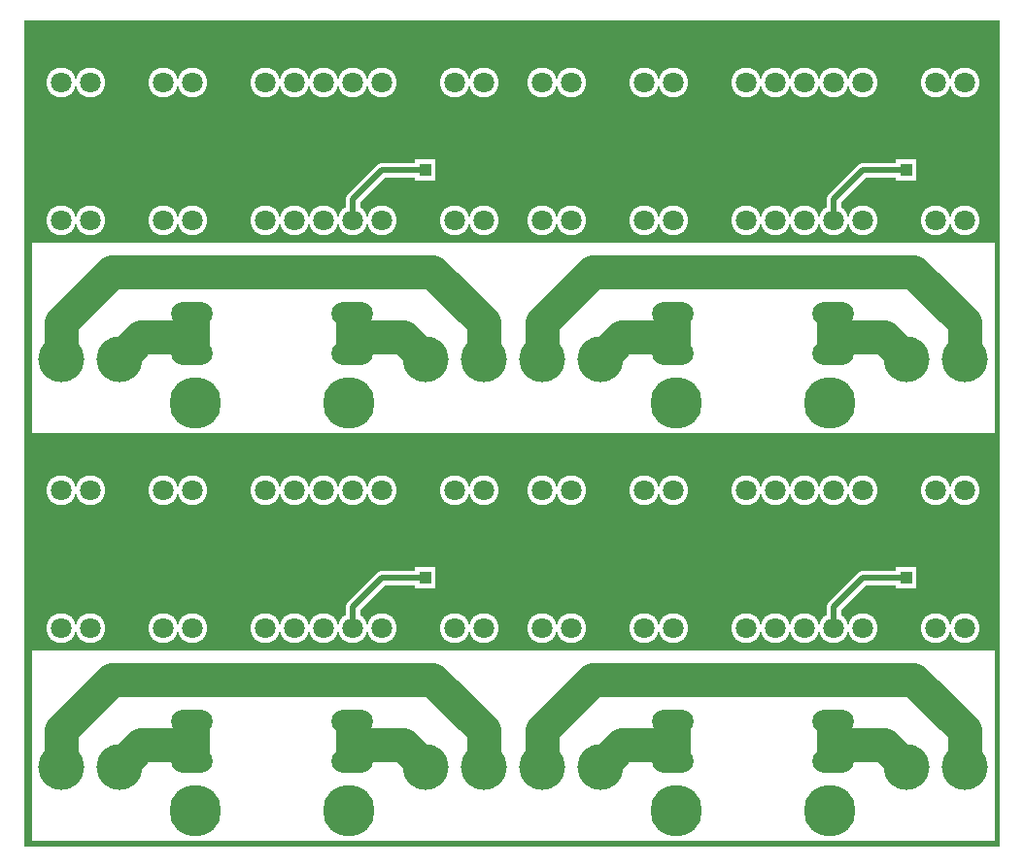
<source format=gbr>
%FSLAX34Y34*%
%MOMM*%
%LNSILK_TOP*%
G71*
G01*
%ADD10C, 2.60*%
%ADD11C, 5.30*%
%ADD12C, 2.80*%
%ADD13C, 4.80*%
%ADD14C, 3.80*%
%ADD15C, 0.10*%
%ADD16C, 1.30*%
%ADD17C, 1.80*%
%ADD18C, 4.50*%
%ADD19C, 2.00*%
%ADD20C, 4.00*%
%ADD21C, 3.00*%
%ADD22C, 0.50*%
%LPD*%
G36*
X0Y1000000D02*
X850000Y1000000D01*
X850000Y280000D01*
X0Y280000D01*
X0Y1000000D01*
G37*
%LPC*%
X209550Y946150D02*
G54D10*
D03*
X234950Y946150D02*
G54D10*
D03*
X260350Y946150D02*
G54D10*
D03*
X285750Y946150D02*
G54D10*
D03*
X311150Y946150D02*
G54D10*
D03*
X31750Y946150D02*
G54D10*
D03*
X57150Y946150D02*
G54D10*
D03*
X120650Y946150D02*
G54D10*
D03*
X146050Y946150D02*
G54D10*
D03*
X374650Y946150D02*
G54D10*
D03*
X400050Y946150D02*
G54D10*
D03*
X209550Y825500D02*
G54D10*
D03*
X234950Y825500D02*
G54D10*
D03*
X260350Y825500D02*
G54D10*
D03*
X285750Y825500D02*
G54D10*
D03*
X311150Y825500D02*
G54D10*
D03*
X31750Y825500D02*
G54D10*
D03*
X57150Y825500D02*
G54D10*
D03*
X120650Y825500D02*
G54D10*
D03*
X146050Y825500D02*
G54D10*
D03*
X374650Y825500D02*
G54D10*
D03*
X400050Y825500D02*
G54D10*
D03*
X149225Y666750D02*
G54D11*
D03*
X282575Y666750D02*
G54D11*
D03*
X138112Y744538D02*
G54D12*
D03*
X139700Y744538D02*
G54D12*
D03*
X141288Y744538D02*
G54D12*
D03*
X142875Y744538D02*
G54D12*
D03*
X144462Y744538D02*
G54D12*
D03*
X146050Y744538D02*
G54D12*
D03*
X147638Y744538D02*
G54D12*
D03*
X149225Y744538D02*
G54D12*
D03*
X150812Y744538D02*
G54D12*
D03*
X152400Y744538D02*
G54D12*
D03*
X153988Y744538D02*
G54D12*
D03*
X138112Y709612D02*
G54D12*
D03*
X139700Y709612D02*
G54D12*
D03*
X141288Y709612D02*
G54D12*
D03*
X142875Y709612D02*
G54D12*
D03*
X144462Y709612D02*
G54D12*
D03*
X146050Y709612D02*
G54D12*
D03*
X147638Y709612D02*
G54D12*
D03*
X149225Y709612D02*
G54D12*
D03*
X150812Y709612D02*
G54D12*
D03*
X152400Y709612D02*
G54D12*
D03*
X153988Y709612D02*
G54D12*
D03*
X277812Y744538D02*
G54D12*
D03*
X279400Y744538D02*
G54D12*
D03*
X280988Y744538D02*
G54D12*
D03*
X282575Y744538D02*
G54D12*
D03*
X284162Y744538D02*
G54D12*
D03*
X285750Y744538D02*
G54D12*
D03*
X287338Y744538D02*
G54D12*
D03*
X288925Y744538D02*
G54D12*
D03*
X290512Y744538D02*
G54D12*
D03*
X292100Y744538D02*
G54D12*
D03*
X293688Y744538D02*
G54D12*
D03*
X279400Y709612D02*
G54D12*
D03*
X277812Y709612D02*
G54D12*
D03*
X280988Y709612D02*
G54D12*
D03*
X282575Y709612D02*
G54D12*
D03*
X284162Y709612D02*
G54D12*
D03*
X285750Y709612D02*
G54D12*
D03*
X287338Y709612D02*
G54D12*
D03*
X288925Y709612D02*
G54D12*
D03*
X290512Y709612D02*
G54D12*
D03*
X292100Y709612D02*
G54D12*
D03*
X293688Y709612D02*
G54D12*
D03*
X349250Y704850D02*
G54D13*
D03*
X400050Y704850D02*
G54D13*
D03*
X31750Y704850D02*
G54D13*
D03*
X82550Y704850D02*
G54D13*
D03*
G54D14*
X31750Y704850D02*
X31750Y736600D01*
X76200Y781050D01*
X355600Y781050D01*
X400050Y736600D01*
X400050Y704850D01*
G54D14*
X82550Y704850D02*
X101600Y723900D01*
X139700Y723900D01*
G54D14*
X349250Y704850D02*
X330200Y723900D01*
X292100Y723900D01*
G54D14*
X146050Y736600D02*
X146050Y717550D01*
G54D14*
X285750Y736600D02*
X285750Y717550D01*
G36*
X6350Y641350D02*
X425450Y641350D01*
X425450Y806450D01*
X6350Y806450D01*
X6350Y641350D01*
G37*
G54D15*
X6350Y641350D02*
X425450Y641350D01*
X425450Y806450D01*
X6350Y806450D01*
X6350Y641350D01*
G36*
X340250Y878950D02*
X358250Y878950D01*
X358250Y860950D01*
X340250Y860950D01*
X340250Y878950D01*
G37*
G54D16*
X285750Y825500D02*
X285750Y844550D01*
X311150Y869950D01*
X349250Y869950D01*
X628650Y946150D02*
G54D10*
D03*
X654050Y946150D02*
G54D10*
D03*
X679450Y946150D02*
G54D10*
D03*
X704850Y946150D02*
G54D10*
D03*
X730250Y946150D02*
G54D10*
D03*
X450850Y946150D02*
G54D10*
D03*
X476250Y946150D02*
G54D10*
D03*
X539750Y946150D02*
G54D10*
D03*
X565150Y946150D02*
G54D10*
D03*
X793750Y946150D02*
G54D10*
D03*
X819150Y946150D02*
G54D10*
D03*
X628650Y825500D02*
G54D10*
D03*
X654050Y825500D02*
G54D10*
D03*
X679450Y825500D02*
G54D10*
D03*
X704850Y825500D02*
G54D10*
D03*
X730250Y825500D02*
G54D10*
D03*
X450850Y825500D02*
G54D10*
D03*
X476250Y825500D02*
G54D10*
D03*
X539750Y825500D02*
G54D10*
D03*
X565150Y825500D02*
G54D10*
D03*
X793750Y825500D02*
G54D10*
D03*
X819150Y825500D02*
G54D10*
D03*
X568325Y666750D02*
G54D11*
D03*
X701675Y666750D02*
G54D11*
D03*
X557212Y744538D02*
G54D12*
D03*
X558800Y744538D02*
G54D12*
D03*
X560388Y744538D02*
G54D12*
D03*
X561975Y744538D02*
G54D12*
D03*
X563562Y744538D02*
G54D12*
D03*
X565150Y744538D02*
G54D12*
D03*
X566738Y744538D02*
G54D12*
D03*
X568325Y744538D02*
G54D12*
D03*
X569912Y744538D02*
G54D12*
D03*
X571500Y744538D02*
G54D12*
D03*
X573088Y744538D02*
G54D12*
D03*
X557212Y709612D02*
G54D12*
D03*
X558800Y709612D02*
G54D12*
D03*
X560388Y709612D02*
G54D12*
D03*
X561975Y709612D02*
G54D12*
D03*
X563562Y709612D02*
G54D12*
D03*
X565150Y709612D02*
G54D12*
D03*
X566738Y709612D02*
G54D12*
D03*
X568325Y709612D02*
G54D12*
D03*
X569912Y709612D02*
G54D12*
D03*
X571500Y709612D02*
G54D12*
D03*
X573088Y709612D02*
G54D12*
D03*
X696912Y744538D02*
G54D12*
D03*
X698500Y744538D02*
G54D12*
D03*
X700088Y744538D02*
G54D12*
D03*
X701675Y744538D02*
G54D12*
D03*
X703262Y744538D02*
G54D12*
D03*
X704850Y744538D02*
G54D12*
D03*
X706438Y744538D02*
G54D12*
D03*
X708025Y744538D02*
G54D12*
D03*
X709612Y744538D02*
G54D12*
D03*
X711200Y744538D02*
G54D12*
D03*
X712788Y744538D02*
G54D12*
D03*
X698500Y709612D02*
G54D12*
D03*
X696912Y709612D02*
G54D12*
D03*
X700088Y709612D02*
G54D12*
D03*
X701675Y709612D02*
G54D12*
D03*
X703262Y709612D02*
G54D12*
D03*
X704850Y709612D02*
G54D12*
D03*
X706438Y709612D02*
G54D12*
D03*
X708025Y709612D02*
G54D12*
D03*
X709612Y709612D02*
G54D12*
D03*
X711200Y709612D02*
G54D12*
D03*
X712788Y709612D02*
G54D12*
D03*
X768350Y704850D02*
G54D13*
D03*
X819150Y704850D02*
G54D13*
D03*
X450850Y704850D02*
G54D13*
D03*
X501650Y704850D02*
G54D13*
D03*
G54D14*
X450850Y704850D02*
X450850Y736600D01*
X495300Y781050D01*
X774700Y781050D01*
X819150Y736600D01*
X819150Y704850D01*
G54D14*
X501650Y704850D02*
X520700Y723900D01*
X558800Y723900D01*
G54D14*
X768350Y704850D02*
X749300Y723900D01*
X711200Y723900D01*
G54D14*
X565150Y736600D02*
X565150Y717550D01*
G54D14*
X704850Y736600D02*
X704850Y717550D01*
G36*
X425450Y641350D02*
X844550Y641350D01*
X844550Y806450D01*
X425450Y806450D01*
X425450Y641350D01*
G37*
G54D15*
X425450Y641350D02*
X844550Y641350D01*
X844550Y806450D01*
X425450Y806450D01*
X425450Y641350D01*
G36*
X759350Y878950D02*
X777350Y878950D01*
X777350Y860950D01*
X759350Y860950D01*
X759350Y878950D01*
G37*
G54D16*
X704850Y825500D02*
X704850Y844550D01*
X730250Y869950D01*
X768350Y869950D01*
X209550Y590550D02*
G54D10*
D03*
X234950Y590550D02*
G54D10*
D03*
X260350Y590550D02*
G54D10*
D03*
X285750Y590550D02*
G54D10*
D03*
X311150Y590550D02*
G54D10*
D03*
X31750Y590550D02*
G54D10*
D03*
X57150Y590550D02*
G54D10*
D03*
X120650Y590550D02*
G54D10*
D03*
X146050Y590550D02*
G54D10*
D03*
X374650Y590550D02*
G54D10*
D03*
X400050Y590550D02*
G54D10*
D03*
X209550Y469900D02*
G54D10*
D03*
X234950Y469900D02*
G54D10*
D03*
X260350Y469900D02*
G54D10*
D03*
X285750Y469900D02*
G54D10*
D03*
X311150Y469900D02*
G54D10*
D03*
X31750Y469900D02*
G54D10*
D03*
X57150Y469900D02*
G54D10*
D03*
X120650Y469900D02*
G54D10*
D03*
X146050Y469900D02*
G54D10*
D03*
X374650Y469900D02*
G54D10*
D03*
X400050Y469900D02*
G54D10*
D03*
X149225Y311150D02*
G54D11*
D03*
X282575Y311150D02*
G54D11*
D03*
X138112Y388938D02*
G54D12*
D03*
X139700Y388938D02*
G54D12*
D03*
X141288Y388938D02*
G54D12*
D03*
X142875Y388938D02*
G54D12*
D03*
X144462Y388938D02*
G54D12*
D03*
X146050Y388938D02*
G54D12*
D03*
X147638Y388938D02*
G54D12*
D03*
X149225Y388938D02*
G54D12*
D03*
X150812Y388938D02*
G54D12*
D03*
X152400Y388938D02*
G54D12*
D03*
X153988Y388938D02*
G54D12*
D03*
X138112Y354012D02*
G54D12*
D03*
X139700Y354012D02*
G54D12*
D03*
X141288Y354012D02*
G54D12*
D03*
X142875Y354012D02*
G54D12*
D03*
X144462Y354012D02*
G54D12*
D03*
X146050Y354012D02*
G54D12*
D03*
X147638Y354012D02*
G54D12*
D03*
X149225Y354012D02*
G54D12*
D03*
X150812Y354012D02*
G54D12*
D03*
X152400Y354012D02*
G54D12*
D03*
X153988Y354012D02*
G54D12*
D03*
X277812Y388938D02*
G54D12*
D03*
X279400Y388938D02*
G54D12*
D03*
X280988Y388938D02*
G54D12*
D03*
X282575Y388938D02*
G54D12*
D03*
X284162Y388938D02*
G54D12*
D03*
X285750Y388938D02*
G54D12*
D03*
X287338Y388938D02*
G54D12*
D03*
X288925Y388938D02*
G54D12*
D03*
X290512Y388938D02*
G54D12*
D03*
X292100Y388938D02*
G54D12*
D03*
X293688Y388938D02*
G54D12*
D03*
X279400Y354012D02*
G54D12*
D03*
X277812Y354012D02*
G54D12*
D03*
X280988Y354012D02*
G54D12*
D03*
X282575Y354012D02*
G54D12*
D03*
X284162Y354012D02*
G54D12*
D03*
X285750Y354012D02*
G54D12*
D03*
X287338Y354012D02*
G54D12*
D03*
X288925Y354012D02*
G54D12*
D03*
X290512Y354012D02*
G54D12*
D03*
X292100Y354012D02*
G54D12*
D03*
X293688Y354012D02*
G54D12*
D03*
X349250Y349250D02*
G54D13*
D03*
X400050Y349250D02*
G54D13*
D03*
X31750Y349250D02*
G54D13*
D03*
X82550Y349250D02*
G54D13*
D03*
G54D14*
X31750Y349250D02*
X31750Y381000D01*
X76200Y425450D01*
X355600Y425450D01*
X400050Y381000D01*
X400050Y349250D01*
G54D14*
X82550Y349250D02*
X101600Y368300D01*
X139700Y368300D01*
G54D14*
X349250Y349250D02*
X330200Y368300D01*
X292100Y368300D01*
G54D14*
X146050Y381000D02*
X146050Y361950D01*
G54D14*
X285750Y381000D02*
X285750Y361950D01*
G36*
X6350Y285750D02*
X425450Y285750D01*
X425450Y450850D01*
X6350Y450850D01*
X6350Y285750D01*
G37*
G54D15*
X6350Y285750D02*
X425450Y285750D01*
X425450Y450850D01*
X6350Y450850D01*
X6350Y285750D01*
G36*
X340250Y523350D02*
X358250Y523350D01*
X358250Y505350D01*
X340250Y505350D01*
X340250Y523350D01*
G37*
G54D16*
X285750Y469900D02*
X285750Y488950D01*
X311150Y514350D01*
X349250Y514350D01*
X628650Y590550D02*
G54D10*
D03*
X654050Y590550D02*
G54D10*
D03*
X679450Y590550D02*
G54D10*
D03*
X704850Y590550D02*
G54D10*
D03*
X730250Y590550D02*
G54D10*
D03*
X450850Y590550D02*
G54D10*
D03*
X476250Y590550D02*
G54D10*
D03*
X539750Y590550D02*
G54D10*
D03*
X565150Y590550D02*
G54D10*
D03*
X793750Y590550D02*
G54D10*
D03*
X819150Y590550D02*
G54D10*
D03*
X628650Y469900D02*
G54D10*
D03*
X654050Y469900D02*
G54D10*
D03*
X679450Y469900D02*
G54D10*
D03*
X704850Y469900D02*
G54D10*
D03*
X730250Y469900D02*
G54D10*
D03*
X450850Y469900D02*
G54D10*
D03*
X476250Y469900D02*
G54D10*
D03*
X539750Y469900D02*
G54D10*
D03*
X565150Y469900D02*
G54D10*
D03*
X793750Y469900D02*
G54D10*
D03*
X819150Y469900D02*
G54D10*
D03*
X568325Y311150D02*
G54D11*
D03*
X701675Y311150D02*
G54D11*
D03*
X557212Y388938D02*
G54D12*
D03*
X558800Y388938D02*
G54D12*
D03*
X560388Y388938D02*
G54D12*
D03*
X561975Y388938D02*
G54D12*
D03*
X563562Y388938D02*
G54D12*
D03*
X565150Y388938D02*
G54D12*
D03*
X566738Y388938D02*
G54D12*
D03*
X568325Y388938D02*
G54D12*
D03*
X569912Y388938D02*
G54D12*
D03*
X571500Y388938D02*
G54D12*
D03*
X573088Y388938D02*
G54D12*
D03*
X557212Y354012D02*
G54D12*
D03*
X558800Y354012D02*
G54D12*
D03*
X560388Y354012D02*
G54D12*
D03*
X561975Y354012D02*
G54D12*
D03*
X563562Y354012D02*
G54D12*
D03*
X565150Y354012D02*
G54D12*
D03*
X566738Y354012D02*
G54D12*
D03*
X568325Y354012D02*
G54D12*
D03*
X569912Y354012D02*
G54D12*
D03*
X571500Y354012D02*
G54D12*
D03*
X573088Y354012D02*
G54D12*
D03*
X696912Y388938D02*
G54D12*
D03*
X698500Y388938D02*
G54D12*
D03*
X700088Y388938D02*
G54D12*
D03*
X701675Y388938D02*
G54D12*
D03*
X703262Y388938D02*
G54D12*
D03*
X704850Y388938D02*
G54D12*
D03*
X706438Y388938D02*
G54D12*
D03*
X708025Y388938D02*
G54D12*
D03*
X709612Y388938D02*
G54D12*
D03*
X711200Y388938D02*
G54D12*
D03*
X712788Y388938D02*
G54D12*
D03*
X698500Y354012D02*
G54D12*
D03*
X696912Y354012D02*
G54D12*
D03*
X700088Y354012D02*
G54D12*
D03*
X701675Y354012D02*
G54D12*
D03*
X703262Y354012D02*
G54D12*
D03*
X704850Y354012D02*
G54D12*
D03*
X706438Y354012D02*
G54D12*
D03*
X708025Y354012D02*
G54D12*
D03*
X709612Y354012D02*
G54D12*
D03*
X711200Y354012D02*
G54D12*
D03*
X712788Y354012D02*
G54D12*
D03*
X768350Y349250D02*
G54D13*
D03*
X819150Y349250D02*
G54D13*
D03*
X450850Y349250D02*
G54D13*
D03*
X501650Y349250D02*
G54D13*
D03*
G54D14*
X450850Y349250D02*
X450850Y381000D01*
X495300Y425450D01*
X774700Y425450D01*
X819150Y381000D01*
X819150Y349250D01*
G54D14*
X501650Y349250D02*
X520700Y368300D01*
X558800Y368300D01*
G54D14*
X768350Y349250D02*
X749300Y368300D01*
X711200Y368300D01*
G54D14*
X565150Y381000D02*
X565150Y361950D01*
G54D14*
X704850Y381000D02*
X704850Y361950D01*
G36*
X425450Y285750D02*
X844550Y285750D01*
X844550Y450850D01*
X425450Y450850D01*
X425450Y285750D01*
G37*
G54D15*
X425450Y285750D02*
X844550Y285750D01*
X844550Y450850D01*
X425450Y450850D01*
X425450Y285750D01*
G36*
X759350Y523350D02*
X777350Y523350D01*
X777350Y505350D01*
X759350Y505350D01*
X759350Y523350D01*
G37*
G54D16*
X704850Y469900D02*
X704850Y488950D01*
X730250Y514350D01*
X768350Y514350D01*
%LPD*%
X209550Y946150D02*
G54D17*
D03*
X234950Y946150D02*
G54D17*
D03*
X260350Y946150D02*
G54D17*
D03*
X285750Y946150D02*
G54D17*
D03*
X311150Y946150D02*
G54D17*
D03*
X31750Y946150D02*
G54D17*
D03*
X57150Y946150D02*
G54D17*
D03*
X120650Y946150D02*
G54D17*
D03*
X146050Y946150D02*
G54D17*
D03*
X374650Y946150D02*
G54D17*
D03*
X400050Y946150D02*
G54D17*
D03*
X209550Y825500D02*
G54D17*
D03*
X234950Y825500D02*
G54D17*
D03*
X260350Y825500D02*
G54D17*
D03*
X285750Y825500D02*
G54D17*
D03*
X311150Y825500D02*
G54D17*
D03*
X31750Y825500D02*
G54D17*
D03*
X57150Y825500D02*
G54D17*
D03*
X120650Y825500D02*
G54D17*
D03*
X146050Y825500D02*
G54D17*
D03*
X374650Y825500D02*
G54D17*
D03*
X400050Y825500D02*
G54D17*
D03*
X149225Y666750D02*
G54D18*
D03*
X282575Y666750D02*
G54D18*
D03*
X138112Y744538D02*
G54D19*
D03*
X139700Y744538D02*
G54D19*
D03*
X141288Y744538D02*
G54D19*
D03*
X142875Y744538D02*
G54D19*
D03*
X144462Y744538D02*
G54D19*
D03*
X146050Y744538D02*
G54D19*
D03*
X147638Y744538D02*
G54D19*
D03*
X149225Y744538D02*
G54D19*
D03*
X150812Y744538D02*
G54D19*
D03*
X152400Y744538D02*
G54D19*
D03*
X153988Y744538D02*
G54D19*
D03*
X138112Y709612D02*
G54D19*
D03*
X139700Y709612D02*
G54D19*
D03*
X141288Y709612D02*
G54D19*
D03*
X142875Y709612D02*
G54D19*
D03*
X144462Y709612D02*
G54D19*
D03*
X146050Y709612D02*
G54D19*
D03*
X147638Y709612D02*
G54D19*
D03*
X149225Y709612D02*
G54D19*
D03*
X150812Y709612D02*
G54D19*
D03*
X152400Y709612D02*
G54D19*
D03*
X153988Y709612D02*
G54D19*
D03*
X277812Y744538D02*
G54D19*
D03*
X279400Y744538D02*
G54D19*
D03*
X280988Y744538D02*
G54D19*
D03*
X282575Y744538D02*
G54D19*
D03*
X284162Y744538D02*
G54D19*
D03*
X285750Y744538D02*
G54D19*
D03*
X287338Y744538D02*
G54D19*
D03*
X288925Y744538D02*
G54D19*
D03*
X290512Y744538D02*
G54D19*
D03*
X292100Y744538D02*
G54D19*
D03*
X293688Y744538D02*
G54D19*
D03*
X279400Y709612D02*
G54D19*
D03*
X277812Y709612D02*
G54D19*
D03*
X280988Y709612D02*
G54D19*
D03*
X282575Y709612D02*
G54D19*
D03*
X284162Y709612D02*
G54D19*
D03*
X285750Y709612D02*
G54D19*
D03*
X287338Y709612D02*
G54D19*
D03*
X288925Y709612D02*
G54D19*
D03*
X290512Y709612D02*
G54D19*
D03*
X292100Y709612D02*
G54D19*
D03*
X293688Y709612D02*
G54D19*
D03*
X349250Y704850D02*
G54D20*
D03*
X400050Y704850D02*
G54D20*
D03*
X31750Y704850D02*
G54D20*
D03*
X82550Y704850D02*
G54D20*
D03*
G54D21*
X31750Y704850D02*
X31750Y736600D01*
X76200Y781050D01*
X355600Y781050D01*
X400050Y736600D01*
X400050Y704850D01*
G54D21*
X82550Y704850D02*
X101600Y723900D01*
X139700Y723900D01*
G54D21*
X349250Y704850D02*
X330200Y723900D01*
X292100Y723900D01*
G54D21*
X146050Y736600D02*
X146050Y717550D01*
G54D21*
X285750Y736600D02*
X285750Y717550D01*
G36*
X344250Y874950D02*
X354250Y874950D01*
X354250Y864950D01*
X344250Y864950D01*
X344250Y874950D01*
G37*
G54D22*
X285750Y825500D02*
X285750Y844550D01*
X311150Y869950D01*
X349250Y869950D01*
X628650Y946150D02*
G54D17*
D03*
X654050Y946150D02*
G54D17*
D03*
X679450Y946150D02*
G54D17*
D03*
X704850Y946150D02*
G54D17*
D03*
X730250Y946150D02*
G54D17*
D03*
X450850Y946150D02*
G54D17*
D03*
X476250Y946150D02*
G54D17*
D03*
X539750Y946150D02*
G54D17*
D03*
X565150Y946150D02*
G54D17*
D03*
X793750Y946150D02*
G54D17*
D03*
X819150Y946150D02*
G54D17*
D03*
X628650Y825500D02*
G54D17*
D03*
X654050Y825500D02*
G54D17*
D03*
X679450Y825500D02*
G54D17*
D03*
X704850Y825500D02*
G54D17*
D03*
X730250Y825500D02*
G54D17*
D03*
X450850Y825500D02*
G54D17*
D03*
X476250Y825500D02*
G54D17*
D03*
X539750Y825500D02*
G54D17*
D03*
X565150Y825500D02*
G54D17*
D03*
X793750Y825500D02*
G54D17*
D03*
X819150Y825500D02*
G54D17*
D03*
X568325Y666750D02*
G54D18*
D03*
X701675Y666750D02*
G54D18*
D03*
X557212Y744538D02*
G54D19*
D03*
X558800Y744538D02*
G54D19*
D03*
X560388Y744538D02*
G54D19*
D03*
X561975Y744538D02*
G54D19*
D03*
X563562Y744538D02*
G54D19*
D03*
X565150Y744538D02*
G54D19*
D03*
X566738Y744538D02*
G54D19*
D03*
X568325Y744538D02*
G54D19*
D03*
X569912Y744538D02*
G54D19*
D03*
X571500Y744538D02*
G54D19*
D03*
X573088Y744538D02*
G54D19*
D03*
X557212Y709612D02*
G54D19*
D03*
X558800Y709612D02*
G54D19*
D03*
X560388Y709612D02*
G54D19*
D03*
X561975Y709612D02*
G54D19*
D03*
X563562Y709612D02*
G54D19*
D03*
X565150Y709612D02*
G54D19*
D03*
X566738Y709612D02*
G54D19*
D03*
X568325Y709612D02*
G54D19*
D03*
X569912Y709612D02*
G54D19*
D03*
X571500Y709612D02*
G54D19*
D03*
X573088Y709612D02*
G54D19*
D03*
X696912Y744538D02*
G54D19*
D03*
X698500Y744538D02*
G54D19*
D03*
X700088Y744538D02*
G54D19*
D03*
X701675Y744538D02*
G54D19*
D03*
X703262Y744538D02*
G54D19*
D03*
X704850Y744538D02*
G54D19*
D03*
X706438Y744538D02*
G54D19*
D03*
X708025Y744538D02*
G54D19*
D03*
X709612Y744538D02*
G54D19*
D03*
X711200Y744538D02*
G54D19*
D03*
X712788Y744538D02*
G54D19*
D03*
X698500Y709612D02*
G54D19*
D03*
X696912Y709612D02*
G54D19*
D03*
X700088Y709612D02*
G54D19*
D03*
X701675Y709612D02*
G54D19*
D03*
X703262Y709612D02*
G54D19*
D03*
X704850Y709612D02*
G54D19*
D03*
X706438Y709612D02*
G54D19*
D03*
X708025Y709612D02*
G54D19*
D03*
X709612Y709612D02*
G54D19*
D03*
X711200Y709612D02*
G54D19*
D03*
X712788Y709612D02*
G54D19*
D03*
X768350Y704850D02*
G54D20*
D03*
X819150Y704850D02*
G54D20*
D03*
X450850Y704850D02*
G54D20*
D03*
X501650Y704850D02*
G54D20*
D03*
G54D21*
X450850Y704850D02*
X450850Y736600D01*
X495300Y781050D01*
X774700Y781050D01*
X819150Y736600D01*
X819150Y704850D01*
G54D21*
X501650Y704850D02*
X520700Y723900D01*
X558800Y723900D01*
G54D21*
X768350Y704850D02*
X749300Y723900D01*
X711200Y723900D01*
G54D21*
X565150Y736600D02*
X565150Y717550D01*
G54D21*
X704850Y736600D02*
X704850Y717550D01*
G36*
X763350Y874950D02*
X773350Y874950D01*
X773350Y864950D01*
X763350Y864950D01*
X763350Y874950D01*
G37*
G54D22*
X704850Y825500D02*
X704850Y844550D01*
X730250Y869950D01*
X768350Y869950D01*
X209550Y590550D02*
G54D17*
D03*
X234950Y590550D02*
G54D17*
D03*
X260350Y590550D02*
G54D17*
D03*
X285750Y590550D02*
G54D17*
D03*
X311150Y590550D02*
G54D17*
D03*
X31750Y590550D02*
G54D17*
D03*
X57150Y590550D02*
G54D17*
D03*
X120650Y590550D02*
G54D17*
D03*
X146050Y590550D02*
G54D17*
D03*
X374650Y590550D02*
G54D17*
D03*
X400050Y590550D02*
G54D17*
D03*
X209550Y469900D02*
G54D17*
D03*
X234950Y469900D02*
G54D17*
D03*
X260350Y469900D02*
G54D17*
D03*
X285750Y469900D02*
G54D17*
D03*
X311150Y469900D02*
G54D17*
D03*
X31750Y469900D02*
G54D17*
D03*
X57150Y469900D02*
G54D17*
D03*
X120650Y469900D02*
G54D17*
D03*
X146050Y469900D02*
G54D17*
D03*
X374650Y469900D02*
G54D17*
D03*
X400050Y469900D02*
G54D17*
D03*
X149225Y311150D02*
G54D18*
D03*
X282575Y311150D02*
G54D18*
D03*
X138112Y388938D02*
G54D19*
D03*
X139700Y388938D02*
G54D19*
D03*
X141288Y388938D02*
G54D19*
D03*
X142875Y388938D02*
G54D19*
D03*
X144462Y388938D02*
G54D19*
D03*
X146050Y388938D02*
G54D19*
D03*
X147638Y388938D02*
G54D19*
D03*
X149225Y388938D02*
G54D19*
D03*
X150812Y388938D02*
G54D19*
D03*
X152400Y388938D02*
G54D19*
D03*
X153988Y388938D02*
G54D19*
D03*
X138112Y354012D02*
G54D19*
D03*
X139700Y354012D02*
G54D19*
D03*
X141288Y354012D02*
G54D19*
D03*
X142875Y354012D02*
G54D19*
D03*
X144462Y354012D02*
G54D19*
D03*
X146050Y354012D02*
G54D19*
D03*
X147638Y354012D02*
G54D19*
D03*
X149225Y354012D02*
G54D19*
D03*
X150812Y354012D02*
G54D19*
D03*
X152400Y354012D02*
G54D19*
D03*
X153988Y354012D02*
G54D19*
D03*
X277812Y388938D02*
G54D19*
D03*
X279400Y388938D02*
G54D19*
D03*
X280988Y388938D02*
G54D19*
D03*
X282575Y388938D02*
G54D19*
D03*
X284162Y388938D02*
G54D19*
D03*
X285750Y388938D02*
G54D19*
D03*
X287338Y388938D02*
G54D19*
D03*
X288925Y388938D02*
G54D19*
D03*
X290512Y388938D02*
G54D19*
D03*
X292100Y388938D02*
G54D19*
D03*
X293688Y388938D02*
G54D19*
D03*
X279400Y354012D02*
G54D19*
D03*
X277812Y354012D02*
G54D19*
D03*
X280988Y354012D02*
G54D19*
D03*
X282575Y354012D02*
G54D19*
D03*
X284162Y354012D02*
G54D19*
D03*
X285750Y354012D02*
G54D19*
D03*
X287338Y354012D02*
G54D19*
D03*
X288925Y354012D02*
G54D19*
D03*
X290512Y354012D02*
G54D19*
D03*
X292100Y354012D02*
G54D19*
D03*
X293688Y354012D02*
G54D19*
D03*
X349250Y349250D02*
G54D20*
D03*
X400050Y349250D02*
G54D20*
D03*
X31750Y349250D02*
G54D20*
D03*
X82550Y349250D02*
G54D20*
D03*
G54D21*
X31750Y349250D02*
X31750Y381000D01*
X76200Y425450D01*
X355600Y425450D01*
X400050Y381000D01*
X400050Y349250D01*
G54D21*
X82550Y349250D02*
X101600Y368300D01*
X139700Y368300D01*
G54D21*
X349250Y349250D02*
X330200Y368300D01*
X292100Y368300D01*
G54D21*
X146050Y381000D02*
X146050Y361950D01*
G54D21*
X285750Y381000D02*
X285750Y361950D01*
G36*
X344250Y519350D02*
X354250Y519350D01*
X354250Y509350D01*
X344250Y509350D01*
X344250Y519350D01*
G37*
G54D22*
X285750Y469900D02*
X285750Y488950D01*
X311150Y514350D01*
X349250Y514350D01*
X628650Y590550D02*
G54D17*
D03*
X654050Y590550D02*
G54D17*
D03*
X679450Y590550D02*
G54D17*
D03*
X704850Y590550D02*
G54D17*
D03*
X730250Y590550D02*
G54D17*
D03*
X450850Y590550D02*
G54D17*
D03*
X476250Y590550D02*
G54D17*
D03*
X539750Y590550D02*
G54D17*
D03*
X565150Y590550D02*
G54D17*
D03*
X793750Y590550D02*
G54D17*
D03*
X819150Y590550D02*
G54D17*
D03*
X628650Y469900D02*
G54D17*
D03*
X654050Y469900D02*
G54D17*
D03*
X679450Y469900D02*
G54D17*
D03*
X704850Y469900D02*
G54D17*
D03*
X730250Y469900D02*
G54D17*
D03*
X450850Y469900D02*
G54D17*
D03*
X476250Y469900D02*
G54D17*
D03*
X539750Y469900D02*
G54D17*
D03*
X565150Y469900D02*
G54D17*
D03*
X793750Y469900D02*
G54D17*
D03*
X819150Y469900D02*
G54D17*
D03*
X568325Y311150D02*
G54D18*
D03*
X701675Y311150D02*
G54D18*
D03*
X557212Y388938D02*
G54D19*
D03*
X558800Y388938D02*
G54D19*
D03*
X560388Y388938D02*
G54D19*
D03*
X561975Y388938D02*
G54D19*
D03*
X563562Y388938D02*
G54D19*
D03*
X565150Y388938D02*
G54D19*
D03*
X566738Y388938D02*
G54D19*
D03*
X568325Y388938D02*
G54D19*
D03*
X569912Y388938D02*
G54D19*
D03*
X571500Y388938D02*
G54D19*
D03*
X573088Y388938D02*
G54D19*
D03*
X557212Y354012D02*
G54D19*
D03*
X558800Y354012D02*
G54D19*
D03*
X560388Y354012D02*
G54D19*
D03*
X561975Y354012D02*
G54D19*
D03*
X563562Y354012D02*
G54D19*
D03*
X565150Y354012D02*
G54D19*
D03*
X566738Y354012D02*
G54D19*
D03*
X568325Y354012D02*
G54D19*
D03*
X569912Y354012D02*
G54D19*
D03*
X571500Y354012D02*
G54D19*
D03*
X573088Y354012D02*
G54D19*
D03*
X696912Y388938D02*
G54D19*
D03*
X698500Y388938D02*
G54D19*
D03*
X700088Y388938D02*
G54D19*
D03*
X701675Y388938D02*
G54D19*
D03*
X703262Y388938D02*
G54D19*
D03*
X704850Y388938D02*
G54D19*
D03*
X706438Y388938D02*
G54D19*
D03*
X708025Y388938D02*
G54D19*
D03*
X709612Y388938D02*
G54D19*
D03*
X711200Y388938D02*
G54D19*
D03*
X712788Y388938D02*
G54D19*
D03*
X698500Y354012D02*
G54D19*
D03*
X696912Y354012D02*
G54D19*
D03*
X700088Y354012D02*
G54D19*
D03*
X701675Y354012D02*
G54D19*
D03*
X703262Y354012D02*
G54D19*
D03*
X704850Y354012D02*
G54D19*
D03*
X706438Y354012D02*
G54D19*
D03*
X708025Y354012D02*
G54D19*
D03*
X709612Y354012D02*
G54D19*
D03*
X711200Y354012D02*
G54D19*
D03*
X712788Y354012D02*
G54D19*
D03*
X768350Y349250D02*
G54D20*
D03*
X819150Y349250D02*
G54D20*
D03*
X450850Y349250D02*
G54D20*
D03*
X501650Y349250D02*
G54D20*
D03*
G54D21*
X450850Y349250D02*
X450850Y381000D01*
X495300Y425450D01*
X774700Y425450D01*
X819150Y381000D01*
X819150Y349250D01*
G54D21*
X501650Y349250D02*
X520700Y368300D01*
X558800Y368300D01*
G54D21*
X768350Y349250D02*
X749300Y368300D01*
X711200Y368300D01*
G54D21*
X565150Y381000D02*
X565150Y361950D01*
G54D21*
X704850Y381000D02*
X704850Y361950D01*
G36*
X763350Y519350D02*
X773350Y519350D01*
X773350Y509350D01*
X763350Y509350D01*
X763350Y519350D01*
G37*
G54D22*
X704850Y469900D02*
X704850Y488950D01*
X730250Y514350D01*
X768350Y514350D01*
M02*

</source>
